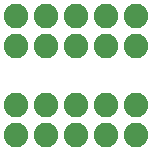
<source format=gbr>
%TF.GenerationSoftware,KiCad,Pcbnew,9.0.2*%
%TF.CreationDate,2025-06-04T11:35:36-05:00*%
%TF.ProjectId,QuiverAttachPCB,51756976-6572-4417-9474-616368504342,rev?*%
%TF.SameCoordinates,Original*%
%TF.FileFunction,Paste,Top*%
%TF.FilePolarity,Positive*%
%FSLAX46Y46*%
G04 Gerber Fmt 4.6, Leading zero omitted, Abs format (unit mm)*
G04 Created by KiCad (PCBNEW 9.0.2) date 2025-06-04 11:35:36*
%MOMM*%
%LPD*%
G01*
G04 APERTURE LIST*
%ADD10C,2.080000*%
G04 APERTURE END LIST*
D10*
%TO.C,J2*%
X105170000Y-135500000D03*
X105170000Y-138040000D03*
X107710000Y-135500000D03*
X107710000Y-138040000D03*
X110250000Y-135500000D03*
X110250000Y-138040000D03*
X112790000Y-135500000D03*
X112790000Y-138040000D03*
X115330000Y-135500000D03*
X115330000Y-138040000D03*
%TD*%
%TO.C,J3*%
X105170000Y-130500000D03*
X105170000Y-127960000D03*
X107710000Y-130500000D03*
X107710000Y-127960000D03*
X110250000Y-130500000D03*
X110250000Y-127960000D03*
X112790000Y-130500000D03*
X112790000Y-127960000D03*
X115330000Y-130500000D03*
X115330000Y-127960000D03*
%TD*%
M02*

</source>
